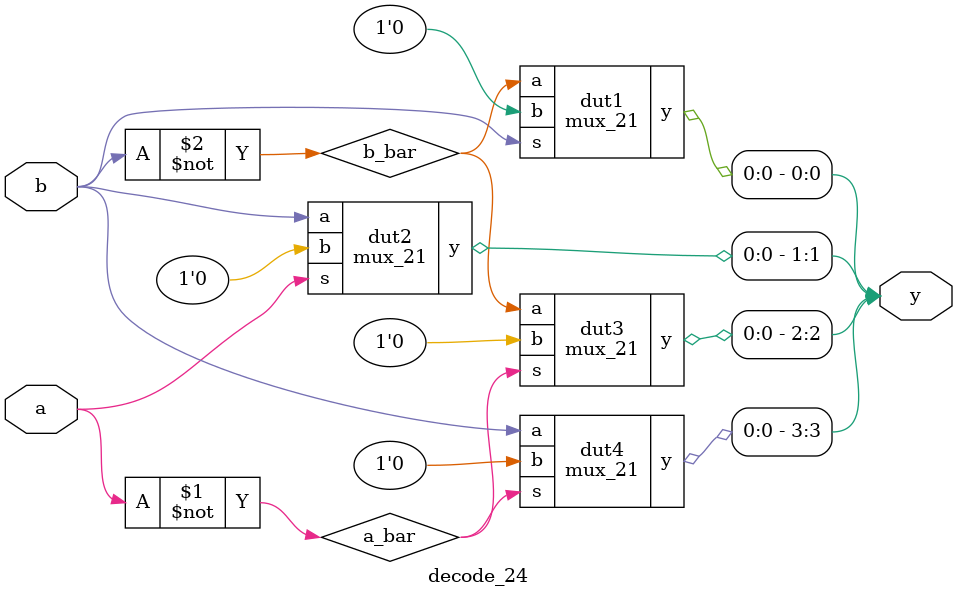
<source format=v>

module mux_21(
	input a,b,
	input s,
	output y);

	assign y = s ? b : a;
	
endmodule

module decode_24(
	input a,b,
	output [3:0]y);
	wire a_bar,b_bar;
    
	not(a_bar,a);
	not(b_bar,b);
	mux_21 dut1 (.a(b_bar),.b(1'b0),.s(b),.y(y[0]));
	mux_21 dut2 (.a(b),.b(1'b0),.s(a),.y(y[1]));
	mux_21 dut3 (.a(b_bar),.b(1'b0),.s(a_bar),.y(y[2]));
	mux_21 dut4 (.a(b),.b(1'b0),.s(a_bar),.y(y[3]));
	
endmodule

</source>
